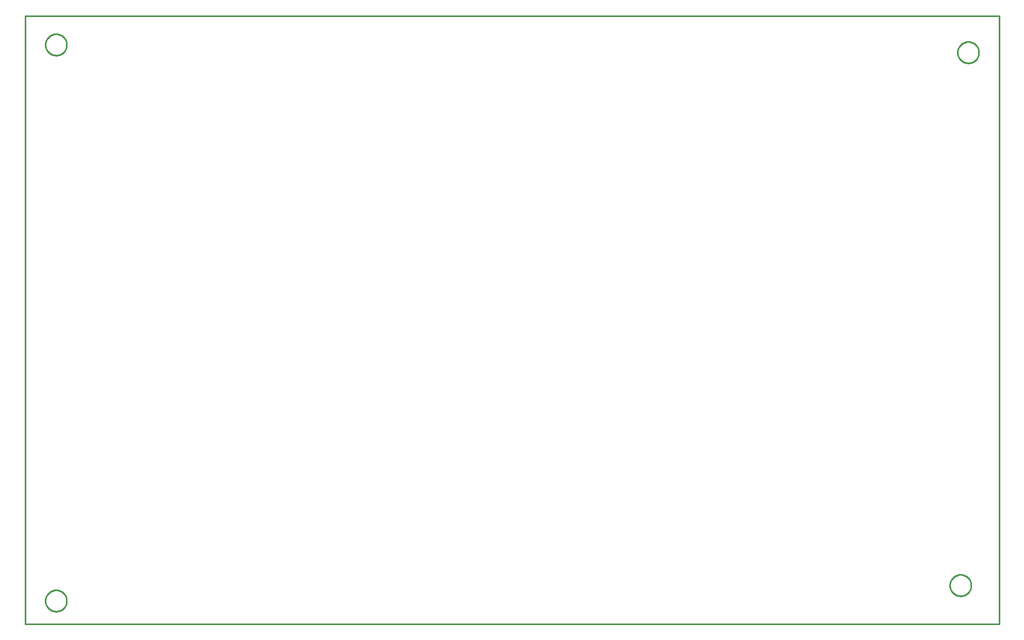
<source format=gbr>
G04 EAGLE Gerber RS-274X export*
G75*
%MOMM*%
%FSLAX34Y34*%
%LPD*%
%IN*%
%IPPOS*%
%AMOC8*
5,1,8,0,0,1.08239X$1,22.5*%
G01*
%ADD10C,0.254000*%


D10*
X0Y0D02*
X1600000Y0D01*
X1600000Y1000000D01*
X0Y1000000D01*
X0Y0D01*
X68300Y951927D02*
X68225Y950784D01*
X68076Y949648D01*
X67852Y948524D01*
X67555Y947417D01*
X67187Y946332D01*
X66749Y945274D01*
X66242Y944246D01*
X65669Y943254D01*
X65032Y942301D01*
X64335Y941392D01*
X63579Y940531D01*
X62769Y939721D01*
X61908Y938965D01*
X60999Y938268D01*
X60046Y937631D01*
X59054Y937058D01*
X58026Y936551D01*
X56968Y936113D01*
X55883Y935745D01*
X54776Y935448D01*
X53652Y935225D01*
X52516Y935075D01*
X51373Y935000D01*
X50227Y935000D01*
X49084Y935075D01*
X47948Y935225D01*
X46824Y935448D01*
X45717Y935745D01*
X44632Y936113D01*
X43574Y936551D01*
X42546Y937058D01*
X41554Y937631D01*
X40601Y938268D01*
X39692Y938965D01*
X38831Y939721D01*
X38021Y940531D01*
X37265Y941392D01*
X36568Y942301D01*
X35931Y943254D01*
X35358Y944246D01*
X34851Y945274D01*
X34413Y946332D01*
X34045Y947417D01*
X33748Y948524D01*
X33525Y949648D01*
X33375Y950784D01*
X33300Y951927D01*
X33300Y953073D01*
X33375Y954216D01*
X33525Y955352D01*
X33748Y956476D01*
X34045Y957583D01*
X34413Y958668D01*
X34851Y959726D01*
X35358Y960754D01*
X35931Y961746D01*
X36568Y962699D01*
X37265Y963608D01*
X38021Y964469D01*
X38831Y965279D01*
X39692Y966035D01*
X40601Y966732D01*
X41554Y967369D01*
X42546Y967942D01*
X43574Y968449D01*
X44632Y968887D01*
X45717Y969255D01*
X46824Y969552D01*
X47948Y969776D01*
X49084Y969925D01*
X50227Y970000D01*
X51373Y970000D01*
X52516Y969925D01*
X53652Y969776D01*
X54776Y969552D01*
X55883Y969255D01*
X56968Y968887D01*
X58026Y968449D01*
X59054Y967942D01*
X60046Y967369D01*
X60999Y966732D01*
X61908Y966035D01*
X62769Y965279D01*
X63579Y964469D01*
X64335Y963608D01*
X65032Y962699D01*
X65669Y961746D01*
X66242Y960754D01*
X66749Y959726D01*
X67187Y958668D01*
X67555Y957583D01*
X67852Y956476D01*
X68076Y955352D01*
X68225Y954216D01*
X68300Y953073D01*
X68300Y951927D01*
X1566900Y939227D02*
X1566825Y938084D01*
X1566676Y936948D01*
X1566452Y935824D01*
X1566155Y934717D01*
X1565787Y933632D01*
X1565349Y932574D01*
X1564842Y931546D01*
X1564269Y930554D01*
X1563632Y929601D01*
X1562935Y928692D01*
X1562179Y927831D01*
X1561369Y927021D01*
X1560508Y926265D01*
X1559599Y925568D01*
X1558646Y924931D01*
X1557654Y924358D01*
X1556626Y923851D01*
X1555568Y923413D01*
X1554483Y923045D01*
X1553376Y922748D01*
X1552252Y922525D01*
X1551116Y922375D01*
X1549973Y922300D01*
X1548827Y922300D01*
X1547684Y922375D01*
X1546548Y922525D01*
X1545424Y922748D01*
X1544317Y923045D01*
X1543232Y923413D01*
X1542174Y923851D01*
X1541146Y924358D01*
X1540154Y924931D01*
X1539201Y925568D01*
X1538292Y926265D01*
X1537431Y927021D01*
X1536621Y927831D01*
X1535865Y928692D01*
X1535168Y929601D01*
X1534531Y930554D01*
X1533958Y931546D01*
X1533451Y932574D01*
X1533013Y933632D01*
X1532645Y934717D01*
X1532348Y935824D01*
X1532125Y936948D01*
X1531975Y938084D01*
X1531900Y939227D01*
X1531900Y940373D01*
X1531975Y941516D01*
X1532125Y942652D01*
X1532348Y943776D01*
X1532645Y944883D01*
X1533013Y945968D01*
X1533451Y947026D01*
X1533958Y948054D01*
X1534531Y949046D01*
X1535168Y949999D01*
X1535865Y950908D01*
X1536621Y951769D01*
X1537431Y952579D01*
X1538292Y953335D01*
X1539201Y954032D01*
X1540154Y954669D01*
X1541146Y955242D01*
X1542174Y955749D01*
X1543232Y956187D01*
X1544317Y956555D01*
X1545424Y956852D01*
X1546548Y957076D01*
X1547684Y957225D01*
X1548827Y957300D01*
X1549973Y957300D01*
X1551116Y957225D01*
X1552252Y957076D01*
X1553376Y956852D01*
X1554483Y956555D01*
X1555568Y956187D01*
X1556626Y955749D01*
X1557654Y955242D01*
X1558646Y954669D01*
X1559599Y954032D01*
X1560508Y953335D01*
X1561369Y952579D01*
X1562179Y951769D01*
X1562935Y950908D01*
X1563632Y949999D01*
X1564269Y949046D01*
X1564842Y948054D01*
X1565349Y947026D01*
X1565787Y945968D01*
X1566155Y944883D01*
X1566452Y943776D01*
X1566676Y942652D01*
X1566825Y941516D01*
X1566900Y940373D01*
X1566900Y939227D01*
X1554200Y62927D02*
X1554125Y61784D01*
X1553976Y60648D01*
X1553752Y59524D01*
X1553455Y58417D01*
X1553087Y57332D01*
X1552649Y56274D01*
X1552142Y55246D01*
X1551569Y54254D01*
X1550932Y53301D01*
X1550235Y52392D01*
X1549479Y51531D01*
X1548669Y50721D01*
X1547808Y49965D01*
X1546899Y49268D01*
X1545946Y48631D01*
X1544954Y48058D01*
X1543926Y47551D01*
X1542868Y47113D01*
X1541783Y46745D01*
X1540676Y46448D01*
X1539552Y46225D01*
X1538416Y46075D01*
X1537273Y46000D01*
X1536127Y46000D01*
X1534984Y46075D01*
X1533848Y46225D01*
X1532724Y46448D01*
X1531617Y46745D01*
X1530532Y47113D01*
X1529474Y47551D01*
X1528446Y48058D01*
X1527454Y48631D01*
X1526501Y49268D01*
X1525592Y49965D01*
X1524731Y50721D01*
X1523921Y51531D01*
X1523165Y52392D01*
X1522468Y53301D01*
X1521831Y54254D01*
X1521258Y55246D01*
X1520751Y56274D01*
X1520313Y57332D01*
X1519945Y58417D01*
X1519648Y59524D01*
X1519425Y60648D01*
X1519275Y61784D01*
X1519200Y62927D01*
X1519200Y64073D01*
X1519275Y65216D01*
X1519425Y66352D01*
X1519648Y67476D01*
X1519945Y68583D01*
X1520313Y69668D01*
X1520751Y70726D01*
X1521258Y71754D01*
X1521831Y72746D01*
X1522468Y73699D01*
X1523165Y74608D01*
X1523921Y75469D01*
X1524731Y76279D01*
X1525592Y77035D01*
X1526501Y77732D01*
X1527454Y78369D01*
X1528446Y78942D01*
X1529474Y79449D01*
X1530532Y79887D01*
X1531617Y80255D01*
X1532724Y80552D01*
X1533848Y80776D01*
X1534984Y80925D01*
X1536127Y81000D01*
X1537273Y81000D01*
X1538416Y80925D01*
X1539552Y80776D01*
X1540676Y80552D01*
X1541783Y80255D01*
X1542868Y79887D01*
X1543926Y79449D01*
X1544954Y78942D01*
X1545946Y78369D01*
X1546899Y77732D01*
X1547808Y77035D01*
X1548669Y76279D01*
X1549479Y75469D01*
X1550235Y74608D01*
X1550932Y73699D01*
X1551569Y72746D01*
X1552142Y71754D01*
X1552649Y70726D01*
X1553087Y69668D01*
X1553455Y68583D01*
X1553752Y67476D01*
X1553976Y66352D01*
X1554125Y65216D01*
X1554200Y64073D01*
X1554200Y62927D01*
X68300Y37527D02*
X68225Y36384D01*
X68076Y35248D01*
X67852Y34124D01*
X67555Y33017D01*
X67187Y31932D01*
X66749Y30874D01*
X66242Y29846D01*
X65669Y28854D01*
X65032Y27901D01*
X64335Y26992D01*
X63579Y26131D01*
X62769Y25321D01*
X61908Y24565D01*
X60999Y23868D01*
X60046Y23231D01*
X59054Y22658D01*
X58026Y22151D01*
X56968Y21713D01*
X55883Y21345D01*
X54776Y21048D01*
X53652Y20825D01*
X52516Y20675D01*
X51373Y20600D01*
X50227Y20600D01*
X49084Y20675D01*
X47948Y20825D01*
X46824Y21048D01*
X45717Y21345D01*
X44632Y21713D01*
X43574Y22151D01*
X42546Y22658D01*
X41554Y23231D01*
X40601Y23868D01*
X39692Y24565D01*
X38831Y25321D01*
X38021Y26131D01*
X37265Y26992D01*
X36568Y27901D01*
X35931Y28854D01*
X35358Y29846D01*
X34851Y30874D01*
X34413Y31932D01*
X34045Y33017D01*
X33748Y34124D01*
X33525Y35248D01*
X33375Y36384D01*
X33300Y37527D01*
X33300Y38673D01*
X33375Y39816D01*
X33525Y40952D01*
X33748Y42076D01*
X34045Y43183D01*
X34413Y44268D01*
X34851Y45326D01*
X35358Y46354D01*
X35931Y47346D01*
X36568Y48299D01*
X37265Y49208D01*
X38021Y50069D01*
X38831Y50879D01*
X39692Y51635D01*
X40601Y52332D01*
X41554Y52969D01*
X42546Y53542D01*
X43574Y54049D01*
X44632Y54487D01*
X45717Y54855D01*
X46824Y55152D01*
X47948Y55376D01*
X49084Y55525D01*
X50227Y55600D01*
X51373Y55600D01*
X52516Y55525D01*
X53652Y55376D01*
X54776Y55152D01*
X55883Y54855D01*
X56968Y54487D01*
X58026Y54049D01*
X59054Y53542D01*
X60046Y52969D01*
X60999Y52332D01*
X61908Y51635D01*
X62769Y50879D01*
X63579Y50069D01*
X64335Y49208D01*
X65032Y48299D01*
X65669Y47346D01*
X66242Y46354D01*
X66749Y45326D01*
X67187Y44268D01*
X67555Y43183D01*
X67852Y42076D01*
X68076Y40952D01*
X68225Y39816D01*
X68300Y38673D01*
X68300Y37527D01*
M02*

</source>
